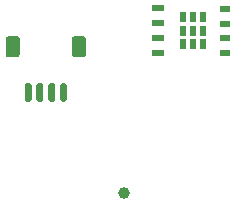
<source format=gbr>
G04 #@! TF.GenerationSoftware,KiCad,Pcbnew,5.1.6-c6e7f7d~87~ubuntu18.04.1*
G04 #@! TF.CreationDate,2020-08-09T22:43:26+01:00*
G04 #@! TF.ProjectId,simpleboard,73696d70-6c65-4626-9f61-72642e6b6963,rev?*
G04 #@! TF.SameCoordinates,Original*
G04 #@! TF.FileFunction,Paste,Bot*
G04 #@! TF.FilePolarity,Positive*
%FSLAX46Y46*%
G04 Gerber Fmt 4.6, Leading zero omitted, Abs format (unit mm)*
G04 Created by KiCad (PCBNEW 5.1.6-c6e7f7d~87~ubuntu18.04.1) date 2020-08-09 22:43:26*
%MOMM*%
%LPD*%
G01*
G04 APERTURE LIST*
%ADD10C,1.000000*%
%ADD11R,0.600000X0.900000*%
%ADD12R,0.900000X0.600000*%
%ADD13R,1.050000X0.600000*%
G04 APERTURE END LIST*
G36*
G01*
X184750000Y-79350001D02*
X184750000Y-78049999D01*
G75*
G02*
X184999999Y-77800000I249999J0D01*
G01*
X185700001Y-77800000D01*
G75*
G02*
X185950000Y-78049999I0J-249999D01*
G01*
X185950000Y-79350001D01*
G75*
G02*
X185700001Y-79600000I-249999J0D01*
G01*
X184999999Y-79600000D01*
G75*
G02*
X184750000Y-79350001I0J249999D01*
G01*
G37*
G36*
G01*
X179150000Y-79350001D02*
X179150000Y-78049999D01*
G75*
G02*
X179399999Y-77800000I249999J0D01*
G01*
X180100001Y-77800000D01*
G75*
G02*
X180350000Y-78049999I0J-249999D01*
G01*
X180350000Y-79350001D01*
G75*
G02*
X180100001Y-79600000I-249999J0D01*
G01*
X179399999Y-79600000D01*
G75*
G02*
X179150000Y-79350001I0J249999D01*
G01*
G37*
G36*
G01*
X183750000Y-83200000D02*
X183750000Y-81950000D01*
G75*
G02*
X183900000Y-81800000I150000J0D01*
G01*
X184200000Y-81800000D01*
G75*
G02*
X184350000Y-81950000I0J-150000D01*
G01*
X184350000Y-83200000D01*
G75*
G02*
X184200000Y-83350000I-150000J0D01*
G01*
X183900000Y-83350000D01*
G75*
G02*
X183750000Y-83200000I0J150000D01*
G01*
G37*
G36*
G01*
X182750000Y-83200000D02*
X182750000Y-81950000D01*
G75*
G02*
X182900000Y-81800000I150000J0D01*
G01*
X183200000Y-81800000D01*
G75*
G02*
X183350000Y-81950000I0J-150000D01*
G01*
X183350000Y-83200000D01*
G75*
G02*
X183200000Y-83350000I-150000J0D01*
G01*
X182900000Y-83350000D01*
G75*
G02*
X182750000Y-83200000I0J150000D01*
G01*
G37*
G36*
G01*
X181750000Y-83200000D02*
X181750000Y-81950000D01*
G75*
G02*
X181900000Y-81800000I150000J0D01*
G01*
X182200000Y-81800000D01*
G75*
G02*
X182350000Y-81950000I0J-150000D01*
G01*
X182350000Y-83200000D01*
G75*
G02*
X182200000Y-83350000I-150000J0D01*
G01*
X181900000Y-83350000D01*
G75*
G02*
X181750000Y-83200000I0J150000D01*
G01*
G37*
G36*
G01*
X180750000Y-83200000D02*
X180750000Y-81950000D01*
G75*
G02*
X180900000Y-81800000I150000J0D01*
G01*
X181200000Y-81800000D01*
G75*
G02*
X181350000Y-81950000I0J-150000D01*
G01*
X181350000Y-83200000D01*
G75*
G02*
X181200000Y-83350000I-150000J0D01*
G01*
X180900000Y-83350000D01*
G75*
G02*
X180750000Y-83200000I0J150000D01*
G01*
G37*
D10*
X189175000Y-91100000D03*
D11*
X195050000Y-77350000D03*
D12*
X197750000Y-76750000D03*
D13*
X192030000Y-75440000D03*
X192030000Y-76710000D03*
X192030000Y-79260000D03*
X192030000Y-77990000D03*
D12*
X197750000Y-77950000D03*
X197750000Y-75470000D03*
X197750000Y-79230000D03*
D11*
X194200000Y-77350000D03*
X195900000Y-77350000D03*
X195900000Y-76200000D03*
X194200000Y-76200000D03*
X195050000Y-76200000D03*
X195900000Y-78500000D03*
X194200000Y-78500000D03*
X195050000Y-78500000D03*
M02*

</source>
